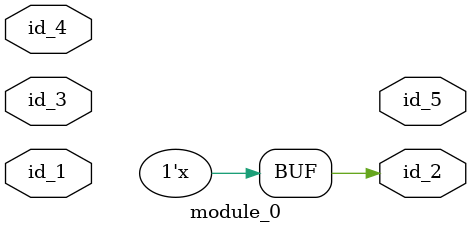
<source format=v>
`define pp_5 0
module module_0 (
    id_1,
    id_2,
    id_3,
    id_4,
    id_5
);
  output id_5;
  input id_4;
  inout id_3;
  output id_2;
  input id_1;
  assign id_2[1'b0] = id_1[1];
endmodule

</source>
